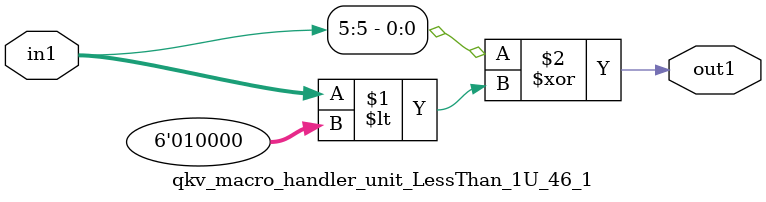
<source format=v>

`timescale 1ps / 1ps


module qkv_macro_handler_unit_LessThan_1U_46_1( in1, out1 );

    input [5:0] in1;
    output out1;

    
    // rtl_process:qkv_macro_handler_unit_LessThan_1U_46_1/qkv_macro_handler_unit_LessThan_1U_46_1_thread_1
    assign out1 = (in1[5] ^ in1 < 6'd16);

endmodule



</source>
